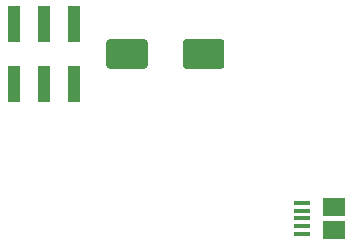
<source format=gbr>
%TF.GenerationSoftware,KiCad,Pcbnew,(5.1.9)-1*%
%TF.CreationDate,2021-05-06T00:14:11+03:00*%
%TF.ProjectId,hardware,68617264-7761-4726-952e-6b696361645f,rev?*%
%TF.SameCoordinates,Original*%
%TF.FileFunction,Paste,Bot*%
%TF.FilePolarity,Positive*%
%FSLAX46Y46*%
G04 Gerber Fmt 4.6, Leading zero omitted, Abs format (unit mm)*
G04 Created by KiCad (PCBNEW (5.1.9)-1) date 2021-05-06 00:14:11*
%MOMM*%
%LPD*%
G01*
G04 APERTURE LIST*
%ADD10R,1.000000X3.150000*%
%ADD11R,1.900000X1.500000*%
%ADD12R,1.350000X0.400000*%
G04 APERTURE END LIST*
D10*
%TO.C,Microstep1*%
X247460000Y-85950000D03*
X247460000Y-91000000D03*
X250000000Y-85950000D03*
X250000000Y-91000000D03*
X252540000Y-85950000D03*
X252540000Y-91000000D03*
%TD*%
D11*
%TO.C,J1*%
X274487500Y-101400000D03*
D12*
X271787500Y-102400000D03*
X271787500Y-103050000D03*
X271787500Y-103700000D03*
X271787500Y-101100000D03*
X271787500Y-101750000D03*
D11*
X274487500Y-103400000D03*
%TD*%
%TO.C,C7*%
G36*
G01*
X261750000Y-89475000D02*
X261750000Y-87475000D01*
G75*
G02*
X262000000Y-87225000I250000J0D01*
G01*
X265000000Y-87225000D01*
G75*
G02*
X265250000Y-87475000I0J-250000D01*
G01*
X265250000Y-89475000D01*
G75*
G02*
X265000000Y-89725000I-250000J0D01*
G01*
X262000000Y-89725000D01*
G75*
G02*
X261750000Y-89475000I0J250000D01*
G01*
G37*
G36*
G01*
X255250000Y-89475000D02*
X255250000Y-87475000D01*
G75*
G02*
X255500000Y-87225000I250000J0D01*
G01*
X258500000Y-87225000D01*
G75*
G02*
X258750000Y-87475000I0J-250000D01*
G01*
X258750000Y-89475000D01*
G75*
G02*
X258500000Y-89725000I-250000J0D01*
G01*
X255500000Y-89725000D01*
G75*
G02*
X255250000Y-89475000I0J250000D01*
G01*
G37*
%TD*%
M02*

</source>
